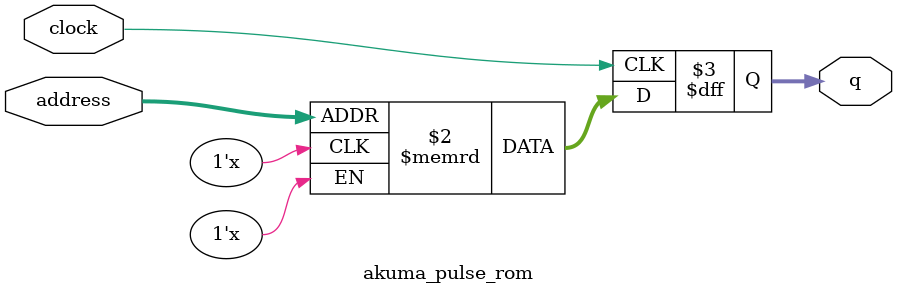
<source format=sv>
module akuma_pulse_rom (
	input logic clock,
	input logic [13:0] address,
	output logic [3:0] q
);

logic [3:0] memory [0:8399] /* synthesis ram_init_file = "./akuma_pulse/akuma_pulse.mif" */;

always_ff @ (posedge clock) begin
	q <= memory[address];
end

endmodule

</source>
